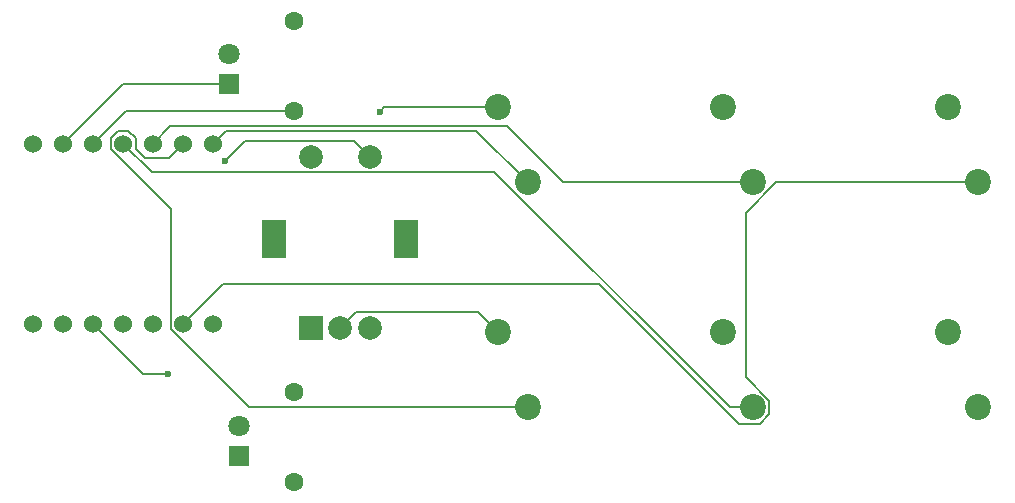
<source format=gbr>
%TF.GenerationSoftware,KiCad,Pcbnew,9.0.6*%
%TF.CreationDate,2026-01-24T13:35:07-03:00*%
%TF.ProjectId,macropadmaluu,6d616372-6f70-4616-946d-616c75752e6b,rev?*%
%TF.SameCoordinates,Original*%
%TF.FileFunction,Copper,L2,Bot*%
%TF.FilePolarity,Positive*%
%FSLAX46Y46*%
G04 Gerber Fmt 4.6, Leading zero omitted, Abs format (unit mm)*
G04 Created by KiCad (PCBNEW 9.0.6) date 2026-01-24 13:35:07*
%MOMM*%
%LPD*%
G01*
G04 APERTURE LIST*
%TA.AperFunction,ComponentPad*%
%ADD10C,2.200000*%
%TD*%
%TA.AperFunction,ComponentPad*%
%ADD11C,1.600000*%
%TD*%
%TA.AperFunction,ComponentPad*%
%ADD12R,1.800000X1.800000*%
%TD*%
%TA.AperFunction,ComponentPad*%
%ADD13C,1.800000*%
%TD*%
%TA.AperFunction,ComponentPad*%
%ADD14C,1.524000*%
%TD*%
%TA.AperFunction,ComponentPad*%
%ADD15R,2.000000X2.000000*%
%TD*%
%TA.AperFunction,ComponentPad*%
%ADD16C,2.000000*%
%TD*%
%TA.AperFunction,ComponentPad*%
%ADD17R,2.000000X3.200000*%
%TD*%
%TA.AperFunction,ViaPad*%
%ADD18C,0.600000*%
%TD*%
%TA.AperFunction,Conductor*%
%ADD19C,0.200000*%
%TD*%
G04 APERTURE END LIST*
D10*
%TO.P,SW4,1,1*%
%TO.N,GND*%
X183038750Y-104616250D03*
%TO.P,SW4,2,2*%
%TO.N,Net-(U1-GPIO3{slash}MOSI)*%
X185578750Y-110966250D03*
%TD*%
%TO.P,SW3,1,1*%
%TO.N,GND*%
X183038750Y-85566250D03*
%TO.P,SW3,2,2*%
%TO.N,Net-(U1-GPIO4{slash}MISO)*%
X185578750Y-91916250D03*
%TD*%
D11*
%TO.P,R2,1*%
%TO.N,Net-(U1-3V3)*%
X146690000Y-85880000D03*
%TO.P,R2,2*%
%TO.N,Net-(D2-A)*%
X146690000Y-78260000D03*
%TD*%
D12*
%TO.P,D1,1,K*%
%TO.N,GND*%
X142090000Y-115040000D03*
D13*
%TO.P,D1,2,A*%
%TO.N,Net-(D1-A)*%
X142090000Y-112500000D03*
%TD*%
D10*
%TO.P,SW6,1,1*%
%TO.N,GND*%
X202088750Y-104616250D03*
%TO.P,SW6,2,2*%
%TO.N,Net-(U1-GPIO0{slash}TX)*%
X204628750Y-110966250D03*
%TD*%
D11*
%TO.P,R1,1*%
%TO.N,Net-(U1-3V3)*%
X146690000Y-117240000D03*
%TO.P,R1,2*%
%TO.N,Net-(D1-A)*%
X146690000Y-109620000D03*
%TD*%
D12*
%TO.P,D2,1,K*%
%TO.N,GND*%
X141200000Y-83540000D03*
D13*
%TO.P,D2,2,A*%
%TO.N,Net-(D2-A)*%
X141200000Y-81000000D03*
%TD*%
D10*
%TO.P,SW1,1,1*%
%TO.N,GND*%
X163988750Y-85566250D03*
%TO.P,SW1,2,2*%
%TO.N,Net-(U1-GPIO1{slash}RX)*%
X166528750Y-91916250D03*
%TD*%
%TO.P,SW2,1,1*%
%TO.N,GND*%
X163988750Y-104616250D03*
%TO.P,SW2,2,2*%
%TO.N,Net-(U1-GPIO2{slash}SCK)*%
X166528750Y-110966250D03*
%TD*%
D14*
%TO.P,U1,1,GPIO26/ADC0/A0*%
%TO.N,Net-(U1-GPIO26{slash}ADC0{slash}A0)*%
X124640000Y-103860000D03*
%TO.P,U1,2,GPIO27/ADC1/A1*%
%TO.N,Net-(U1-GPIO27{slash}ADC1{slash}A1)*%
X127180000Y-103860000D03*
%TO.P,U1,3,GPIO28/ADC2/A2*%
%TO.N,Net-(U1-GPIO28{slash}ADC2{slash}A2)*%
X129720000Y-103860000D03*
%TO.P,U1,4,GPIO29/ADC3/A3*%
%TO.N,unconnected-(U1-GPIO29{slash}ADC3{slash}A3-Pad4)_1*%
X132260000Y-103860000D03*
%TO.P,U1,5,GPIO6/SDA*%
%TO.N,Net-(D3-DIN)*%
X134800000Y-103860000D03*
%TO.P,U1,6,GPIO7/SCL*%
%TO.N,Net-(U1-GPIO7{slash}SCL)*%
X137340000Y-103860000D03*
%TO.P,U1,7,GPIO0/TX*%
%TO.N,Net-(U1-GPIO0{slash}TX)*%
X139880000Y-103860000D03*
%TO.P,U1,8,GPIO1/RX*%
%TO.N,Net-(U1-GPIO1{slash}RX)*%
X139880000Y-88620000D03*
%TO.P,U1,9,GPIO2/SCK*%
%TO.N,Net-(U1-GPIO2{slash}SCK)*%
X137340000Y-88620000D03*
%TO.P,U1,10,GPIO4/MISO*%
%TO.N,Net-(U1-GPIO4{slash}MISO)*%
X134800000Y-88620000D03*
%TO.P,U1,11,GPIO3/MOSI*%
%TO.N,Net-(U1-GPIO3{slash}MOSI)*%
X132260000Y-88620000D03*
%TO.P,U1,12,3V3*%
%TO.N,Net-(U1-3V3)*%
X129720000Y-88620000D03*
%TO.P,U1,13,GND*%
%TO.N,GND*%
X127180000Y-88620000D03*
%TO.P,U1,14,VBUS*%
%TO.N,+5V*%
X124640000Y-88620000D03*
%TD*%
D10*
%TO.P,SW5,1,1*%
%TO.N,GND*%
X202088750Y-85566250D03*
%TO.P,SW5,2,2*%
%TO.N,Net-(U1-GPIO7{slash}SCL)*%
X204628750Y-91916250D03*
%TD*%
D15*
%TO.P,SW7,A,A*%
%TO.N,Net-(U1-GPIO26{slash}ADC0{slash}A0)*%
X148140000Y-104220000D03*
D16*
%TO.P,SW7,B,B*%
%TO.N,Net-(U1-GPIO27{slash}ADC1{slash}A1)*%
X153140000Y-104220000D03*
%TO.P,SW7,C,C*%
%TO.N,GND*%
X150640000Y-104220000D03*
D17*
%TO.P,SW7,MP*%
%TO.N,N/C*%
X145040000Y-96720000D03*
X156240000Y-96720000D03*
D16*
%TO.P,SW7,S1,S1*%
%TO.N,Net-(U1-GPIO28{slash}ADC2{slash}A2)*%
X153140000Y-89720000D03*
%TO.P,SW7,S2,S2*%
%TO.N,GND*%
X148140000Y-89720000D03*
%TD*%
D18*
%TO.N,GND*%
X154030000Y-85910000D03*
%TO.N,Net-(U1-GPIO28{slash}ADC2{slash}A2)*%
X140910000Y-90080000D03*
X136070000Y-108110000D03*
%TD*%
D19*
%TO.N,GND*%
X154373750Y-85566250D02*
X154030000Y-85910000D01*
X162291500Y-102919000D02*
X151941000Y-102919000D01*
X132260000Y-83540000D02*
X127180000Y-88620000D01*
X151941000Y-102919000D02*
X150640000Y-104220000D01*
X163988750Y-85566250D02*
X154373750Y-85566250D01*
X154030000Y-85910000D02*
X153970000Y-85970000D01*
X163988750Y-104616250D02*
X162291500Y-102919000D01*
X141200000Y-83540000D02*
X132260000Y-83540000D01*
%TO.N,Net-(U1-GPIO1{slash}RX)*%
X162169500Y-87557000D02*
X140943000Y-87557000D01*
X166528750Y-91916250D02*
X162169500Y-87557000D01*
X140943000Y-87557000D02*
X139880000Y-88620000D01*
%TO.N,Net-(U1-GPIO2{slash}SCK)*%
X136277000Y-94140310D02*
X131197000Y-89060310D01*
X133323000Y-88179690D02*
X133323000Y-89060310D01*
X136277000Y-104300310D02*
X136277000Y-94140310D01*
X131197000Y-89060310D02*
X131197000Y-88179690D01*
X131819690Y-87557000D02*
X132700310Y-87557000D01*
X166528750Y-110966250D02*
X142942940Y-110966250D01*
X136120000Y-89840000D02*
X137340000Y-88620000D01*
X134102690Y-89840000D02*
X136120000Y-89840000D01*
X133323000Y-89060310D02*
X134102690Y-89840000D01*
X132700310Y-87557000D02*
X133323000Y-88179690D01*
X131197000Y-88179690D02*
X131819690Y-87557000D01*
X142942940Y-110966250D02*
X136277000Y-104300310D01*
%TO.N,Net-(U1-GPIO4{slash}MISO)*%
X136264000Y-87156000D02*
X134800000Y-88620000D01*
X185578750Y-91916250D02*
X169518064Y-91916250D01*
X169518064Y-91916250D02*
X164757814Y-87156000D01*
X164757814Y-87156000D02*
X136264000Y-87156000D01*
%TO.N,Net-(U1-GPIO3{slash}MOSI)*%
X185578750Y-110966250D02*
X183597436Y-110966250D01*
X183597436Y-110966250D02*
X163652186Y-91021000D01*
X163652186Y-91021000D02*
X134661000Y-91021000D01*
X134661000Y-91021000D02*
X132260000Y-88620000D01*
%TO.N,Net-(U1-GPIO7{slash}SCL)*%
X184998436Y-108404622D02*
X186979750Y-110385936D01*
X140690000Y-100510000D02*
X137340000Y-103860000D01*
X204628750Y-91916250D02*
X187560064Y-91916250D01*
X187560064Y-91916250D02*
X184998436Y-94477878D01*
X186159064Y-112367250D02*
X184431336Y-112367250D01*
X184998436Y-94477878D02*
X184998436Y-108404622D01*
X172574086Y-100510000D02*
X140690000Y-100510000D01*
X186979750Y-111546564D02*
X186159064Y-112367250D01*
X186979750Y-110385936D02*
X186979750Y-111546564D01*
X184431336Y-112367250D02*
X172574086Y-100510000D01*
%TO.N,Net-(U1-3V3)*%
X132460000Y-85880000D02*
X129720000Y-88620000D01*
X146690000Y-85880000D02*
X132460000Y-85880000D01*
%TO.N,Net-(U1-GPIO28{slash}ADC2{slash}A2)*%
X151839000Y-88419000D02*
X142571000Y-88419000D01*
X153140000Y-89720000D02*
X151839000Y-88419000D01*
X133970000Y-108110000D02*
X129720000Y-103860000D01*
X136070000Y-108110000D02*
X133970000Y-108110000D01*
X142571000Y-88419000D02*
X140910000Y-90080000D01*
%TD*%
M02*

</source>
